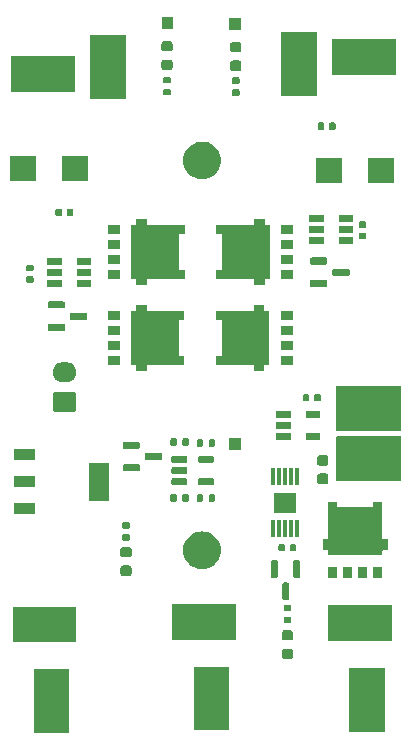
<source format=gbr>
G04 #@! TF.GenerationSoftware,KiCad,Pcbnew,8.0.7*
G04 #@! TF.CreationDate,2025-04-20T00:45:44-04:00*
G04 #@! TF.ProjectId,power_distribution_board,706f7765-725f-4646-9973-747269627574,1*
G04 #@! TF.SameCoordinates,Original*
G04 #@! TF.FileFunction,Soldermask,Top*
G04 #@! TF.FilePolarity,Negative*
%FSLAX46Y46*%
G04 Gerber Fmt 4.6, Leading zero omitted, Abs format (unit mm)*
G04 Created by KiCad (PCBNEW 8.0.7) date 2025-04-20 00:45:44*
%MOMM*%
%LPD*%
G01*
G04 APERTURE LIST*
G04 APERTURE END LIST*
G36*
X135145000Y-84292500D02*
G01*
X132145000Y-84292500D01*
X132145000Y-78892500D01*
X135145000Y-78892500D01*
X135145000Y-84292500D01*
G37*
G36*
X161842500Y-84177500D02*
G01*
X158842500Y-84177500D01*
X158842500Y-78777500D01*
X161842500Y-78777500D01*
X161842500Y-84177500D01*
G37*
G36*
X148665000Y-84072500D02*
G01*
X145665000Y-84072500D01*
X145665000Y-78672500D01*
X148665000Y-78672500D01*
X148665000Y-84072500D01*
G37*
G36*
X153939962Y-77154151D02*
G01*
X154010930Y-77201570D01*
X154058349Y-77272538D01*
X154075000Y-77356250D01*
X154075000Y-77793750D01*
X154058349Y-77877462D01*
X154010930Y-77948430D01*
X153939962Y-77995849D01*
X153856250Y-78012500D01*
X153343750Y-78012500D01*
X153260038Y-77995849D01*
X153189070Y-77948430D01*
X153141651Y-77877462D01*
X153125000Y-77793750D01*
X153125000Y-77356250D01*
X153141651Y-77272538D01*
X153189070Y-77201570D01*
X153260038Y-77154151D01*
X153343750Y-77137500D01*
X153856250Y-77137500D01*
X153939962Y-77154151D01*
G37*
G36*
X135732500Y-76592500D02*
G01*
X130332500Y-76592500D01*
X130332500Y-73592500D01*
X135732500Y-73592500D01*
X135732500Y-76592500D01*
G37*
G36*
X162430000Y-76477500D02*
G01*
X157030000Y-76477500D01*
X157030000Y-73477500D01*
X162430000Y-73477500D01*
X162430000Y-76477500D01*
G37*
G36*
X153939962Y-75579151D02*
G01*
X154010930Y-75626570D01*
X154058349Y-75697538D01*
X154075000Y-75781250D01*
X154075000Y-76218750D01*
X154058349Y-76302462D01*
X154010930Y-76373430D01*
X153939962Y-76420849D01*
X153856250Y-76437500D01*
X153343750Y-76437500D01*
X153260038Y-76420849D01*
X153189070Y-76373430D01*
X153141651Y-76302462D01*
X153125000Y-76218750D01*
X153125000Y-75781250D01*
X153141651Y-75697538D01*
X153189070Y-75626570D01*
X153260038Y-75579151D01*
X153343750Y-75562500D01*
X153856250Y-75562500D01*
X153939962Y-75579151D01*
G37*
G36*
X149252500Y-76372500D02*
G01*
X143852500Y-76372500D01*
X143852500Y-73372500D01*
X149252500Y-73372500D01*
X149252500Y-76372500D01*
G37*
G36*
X153836662Y-74470276D02*
G01*
X153880459Y-74499541D01*
X153909724Y-74543338D01*
X153920000Y-74595000D01*
X153920000Y-74865000D01*
X153909724Y-74916662D01*
X153880459Y-74960459D01*
X153836662Y-74989724D01*
X153785000Y-75000000D01*
X153415000Y-75000000D01*
X153363338Y-74989724D01*
X153319541Y-74960459D01*
X153290276Y-74916662D01*
X153280000Y-74865000D01*
X153280000Y-74595000D01*
X153290276Y-74543338D01*
X153319541Y-74499541D01*
X153363338Y-74470276D01*
X153415000Y-74460000D01*
X153785000Y-74460000D01*
X153836662Y-74470276D01*
G37*
G36*
X153836662Y-73450276D02*
G01*
X153880459Y-73479541D01*
X153909724Y-73523338D01*
X153920000Y-73575000D01*
X153920000Y-73845000D01*
X153909724Y-73896662D01*
X153880459Y-73940459D01*
X153836662Y-73969724D01*
X153785000Y-73980000D01*
X153415000Y-73980000D01*
X153363338Y-73969724D01*
X153319541Y-73940459D01*
X153290276Y-73896662D01*
X153280000Y-73845000D01*
X153280000Y-73575000D01*
X153290276Y-73523338D01*
X153319541Y-73479541D01*
X153363338Y-73450276D01*
X153415000Y-73440000D01*
X153785000Y-73440000D01*
X153836662Y-73450276D01*
G37*
G36*
X153657403Y-71548918D02*
G01*
X153706066Y-71581434D01*
X153738582Y-71630097D01*
X153750000Y-71687500D01*
X153750000Y-72862500D01*
X153738582Y-72919903D01*
X153706066Y-72968566D01*
X153657403Y-73001082D01*
X153600000Y-73012500D01*
X153300000Y-73012500D01*
X153242597Y-73001082D01*
X153193934Y-72968566D01*
X153161418Y-72919903D01*
X153150000Y-72862500D01*
X153150000Y-71687500D01*
X153161418Y-71630097D01*
X153193934Y-71581434D01*
X153242597Y-71548918D01*
X153300000Y-71537500D01*
X153600000Y-71537500D01*
X153657403Y-71548918D01*
G37*
G36*
X157832268Y-71195742D02*
G01*
X157082268Y-71195742D01*
X157082268Y-70195742D01*
X157832268Y-70195742D01*
X157832268Y-71195742D01*
G37*
G36*
X159102268Y-71195742D02*
G01*
X158352268Y-71195742D01*
X158352268Y-70195742D01*
X159102268Y-70195742D01*
X159102268Y-71195742D01*
G37*
G36*
X160372268Y-71195742D02*
G01*
X159622268Y-71195742D01*
X159622268Y-70195742D01*
X160372268Y-70195742D01*
X160372268Y-71195742D01*
G37*
G36*
X161642268Y-71195742D02*
G01*
X160892268Y-71195742D01*
X160892268Y-70195742D01*
X161642268Y-70195742D01*
X161642268Y-71195742D01*
G37*
G36*
X152707403Y-69673918D02*
G01*
X152756066Y-69706434D01*
X152788582Y-69755097D01*
X152800000Y-69812500D01*
X152800000Y-70987500D01*
X152788582Y-71044903D01*
X152756066Y-71093566D01*
X152707403Y-71126082D01*
X152650000Y-71137500D01*
X152350000Y-71137500D01*
X152292597Y-71126082D01*
X152243934Y-71093566D01*
X152211418Y-71044903D01*
X152200000Y-70987500D01*
X152200000Y-69812500D01*
X152211418Y-69755097D01*
X152243934Y-69706434D01*
X152292597Y-69673918D01*
X152350000Y-69662500D01*
X152650000Y-69662500D01*
X152707403Y-69673918D01*
G37*
G36*
X154607403Y-69673918D02*
G01*
X154656066Y-69706434D01*
X154688582Y-69755097D01*
X154700000Y-69812500D01*
X154700000Y-70987500D01*
X154688582Y-71044903D01*
X154656066Y-71093566D01*
X154607403Y-71126082D01*
X154550000Y-71137500D01*
X154250000Y-71137500D01*
X154192597Y-71126082D01*
X154143934Y-71093566D01*
X154111418Y-71044903D01*
X154100000Y-70987500D01*
X154100000Y-69812500D01*
X154111418Y-69755097D01*
X154143934Y-69706434D01*
X154192597Y-69673918D01*
X154250000Y-69662500D01*
X154550000Y-69662500D01*
X154607403Y-69673918D01*
G37*
G36*
X140279962Y-70114151D02*
G01*
X140350930Y-70161570D01*
X140398349Y-70232538D01*
X140415000Y-70316250D01*
X140415000Y-70753750D01*
X140398349Y-70837462D01*
X140350930Y-70908430D01*
X140279962Y-70955849D01*
X140196250Y-70972500D01*
X139683750Y-70972500D01*
X139600038Y-70955849D01*
X139529070Y-70908430D01*
X139481651Y-70837462D01*
X139465000Y-70753750D01*
X139465000Y-70316250D01*
X139481651Y-70232538D01*
X139529070Y-70161570D01*
X139600038Y-70114151D01*
X139683750Y-70097500D01*
X140196250Y-70097500D01*
X140279962Y-70114151D01*
G37*
G36*
X146630295Y-67229699D02*
G01*
X146874427Y-67288310D01*
X147106385Y-67384390D01*
X147320456Y-67515573D01*
X147511371Y-67678629D01*
X147674427Y-67869544D01*
X147805610Y-68083615D01*
X147901690Y-68315573D01*
X147960301Y-68559705D01*
X147980000Y-68810000D01*
X147960301Y-69060295D01*
X147901690Y-69304427D01*
X147805610Y-69536385D01*
X147674427Y-69750456D01*
X147511371Y-69941371D01*
X147320456Y-70104427D01*
X147106385Y-70235610D01*
X146874427Y-70331690D01*
X146630295Y-70390301D01*
X146380000Y-70410000D01*
X146129705Y-70390301D01*
X145885573Y-70331690D01*
X145653615Y-70235610D01*
X145439544Y-70104427D01*
X145248629Y-69941371D01*
X145085573Y-69750456D01*
X144954390Y-69536385D01*
X144858310Y-69304427D01*
X144799699Y-69060295D01*
X144780000Y-68810000D01*
X144799699Y-68559705D01*
X144858310Y-68315573D01*
X144954390Y-68083615D01*
X145085573Y-67869544D01*
X145248629Y-67678629D01*
X145439544Y-67515573D01*
X145653615Y-67384390D01*
X145885573Y-67288310D01*
X146129705Y-67229699D01*
X146380000Y-67210000D01*
X146630295Y-67229699D01*
G37*
G36*
X140279962Y-68539151D02*
G01*
X140350930Y-68586570D01*
X140398349Y-68657538D01*
X140415000Y-68741250D01*
X140415000Y-69178750D01*
X140398349Y-69262462D01*
X140350930Y-69333430D01*
X140279962Y-69380849D01*
X140196250Y-69397500D01*
X139683750Y-69397500D01*
X139600038Y-69380849D01*
X139529070Y-69333430D01*
X139481651Y-69262462D01*
X139465000Y-69178750D01*
X139465000Y-68741250D01*
X139481651Y-68657538D01*
X139529070Y-68586570D01*
X139600038Y-68539151D01*
X139683750Y-68522500D01*
X140196250Y-68522500D01*
X140279962Y-68539151D01*
G37*
G36*
X157832268Y-65145486D02*
G01*
X157862024Y-65175242D01*
X160862511Y-65175242D01*
X160892268Y-65145485D01*
X160892268Y-64705246D01*
X160892268Y-64700242D01*
X161642268Y-64700242D01*
X161642268Y-65175242D01*
X161642268Y-67870486D01*
X161672024Y-67900242D01*
X162136768Y-67900242D01*
X162136768Y-68805242D01*
X161672023Y-68805242D01*
X161642268Y-68834997D01*
X161642268Y-69230242D01*
X157082268Y-69230242D01*
X157082268Y-68834998D01*
X157052512Y-68805242D01*
X156587768Y-68805242D01*
X156587768Y-67900242D01*
X157052511Y-67900242D01*
X157082268Y-67870485D01*
X157082268Y-65175242D01*
X157082268Y-64700242D01*
X157832268Y-64700242D01*
X157832268Y-65145486D01*
G37*
G36*
X153313576Y-68300657D02*
G01*
X153358995Y-68331005D01*
X153389343Y-68376424D01*
X153400000Y-68430000D01*
X153400000Y-68770000D01*
X153389343Y-68823576D01*
X153358995Y-68868995D01*
X153313576Y-68899343D01*
X153260000Y-68910000D01*
X152980000Y-68910000D01*
X152926424Y-68899343D01*
X152881005Y-68868995D01*
X152850657Y-68823576D01*
X152840000Y-68770000D01*
X152840000Y-68430000D01*
X152850657Y-68376424D01*
X152881005Y-68331005D01*
X152926424Y-68300657D01*
X152980000Y-68290000D01*
X153260000Y-68290000D01*
X153313576Y-68300657D01*
G37*
G36*
X154273576Y-68300657D02*
G01*
X154318995Y-68331005D01*
X154349343Y-68376424D01*
X154360000Y-68430000D01*
X154360000Y-68770000D01*
X154349343Y-68823576D01*
X154318995Y-68868995D01*
X154273576Y-68899343D01*
X154220000Y-68910000D01*
X153940000Y-68910000D01*
X153886424Y-68899343D01*
X153841005Y-68868995D01*
X153810657Y-68823576D01*
X153800000Y-68770000D01*
X153800000Y-68430000D01*
X153810657Y-68376424D01*
X153841005Y-68331005D01*
X153886424Y-68300657D01*
X153940000Y-68290000D01*
X154220000Y-68290000D01*
X154273576Y-68300657D01*
G37*
G36*
X140176662Y-67470276D02*
G01*
X140220459Y-67499541D01*
X140249724Y-67543338D01*
X140260000Y-67595000D01*
X140260000Y-67865000D01*
X140249724Y-67916662D01*
X140220459Y-67960459D01*
X140176662Y-67989724D01*
X140125000Y-68000000D01*
X139755000Y-68000000D01*
X139703338Y-67989724D01*
X139659541Y-67960459D01*
X139630276Y-67916662D01*
X139620000Y-67865000D01*
X139620000Y-67595000D01*
X139630276Y-67543338D01*
X139659541Y-67499541D01*
X139703338Y-67470276D01*
X139755000Y-67460000D01*
X140125000Y-67460000D01*
X140176662Y-67470276D01*
G37*
G36*
X152550000Y-67712500D02*
G01*
X152250000Y-67712500D01*
X152250000Y-66287500D01*
X152550000Y-66287500D01*
X152550000Y-67712500D01*
G37*
G36*
X153050000Y-67712500D02*
G01*
X152750000Y-67712500D01*
X152750000Y-66287500D01*
X153050000Y-66287500D01*
X153050000Y-67712500D01*
G37*
G36*
X153550000Y-67712500D02*
G01*
X153250000Y-67712500D01*
X153250000Y-66287500D01*
X153550000Y-66287500D01*
X153550000Y-67712500D01*
G37*
G36*
X154050000Y-67712500D02*
G01*
X153750000Y-67712500D01*
X153750000Y-66287500D01*
X154050000Y-66287500D01*
X154050000Y-67712500D01*
G37*
G36*
X154550000Y-67712500D02*
G01*
X154250000Y-67712500D01*
X154250000Y-66287500D01*
X154550000Y-66287500D01*
X154550000Y-67712500D01*
G37*
G36*
X140176662Y-66450276D02*
G01*
X140220459Y-66479541D01*
X140249724Y-66523338D01*
X140260000Y-66575000D01*
X140260000Y-66845000D01*
X140249724Y-66896662D01*
X140220459Y-66940459D01*
X140176662Y-66969724D01*
X140125000Y-66980000D01*
X139755000Y-66980000D01*
X139703338Y-66969724D01*
X139659541Y-66940459D01*
X139630276Y-66896662D01*
X139620000Y-66845000D01*
X139620000Y-66575000D01*
X139630276Y-66523338D01*
X139659541Y-66479541D01*
X139703338Y-66450276D01*
X139755000Y-66440000D01*
X140125000Y-66440000D01*
X140176662Y-66450276D01*
G37*
G36*
X132225000Y-65775000D02*
G01*
X130475000Y-65775000D01*
X130475000Y-64825000D01*
X132225000Y-64825000D01*
X132225000Y-65775000D01*
G37*
G36*
X154340000Y-65628000D02*
G01*
X152460000Y-65628000D01*
X152460000Y-63948000D01*
X154340000Y-63948000D01*
X154340000Y-65628000D01*
G37*
G36*
X144146662Y-64082776D02*
G01*
X144190459Y-64112041D01*
X144219724Y-64155838D01*
X144230000Y-64207500D01*
X144230000Y-64577500D01*
X144219724Y-64629162D01*
X144190459Y-64672959D01*
X144146662Y-64702224D01*
X144095000Y-64712500D01*
X143825000Y-64712500D01*
X143773338Y-64702224D01*
X143729541Y-64672959D01*
X143700276Y-64629162D01*
X143690000Y-64577500D01*
X143690000Y-64207500D01*
X143700276Y-64155838D01*
X143729541Y-64112041D01*
X143773338Y-64082776D01*
X143825000Y-64072500D01*
X144095000Y-64072500D01*
X144146662Y-64082776D01*
G37*
G36*
X145166662Y-64082776D02*
G01*
X145210459Y-64112041D01*
X145239724Y-64155838D01*
X145250000Y-64207500D01*
X145250000Y-64577500D01*
X145239724Y-64629162D01*
X145210459Y-64672959D01*
X145166662Y-64702224D01*
X145115000Y-64712500D01*
X144845000Y-64712500D01*
X144793338Y-64702224D01*
X144749541Y-64672959D01*
X144720276Y-64629162D01*
X144710000Y-64577500D01*
X144710000Y-64207500D01*
X144720276Y-64155838D01*
X144749541Y-64112041D01*
X144793338Y-64082776D01*
X144845000Y-64072500D01*
X145115000Y-64072500D01*
X145166662Y-64082776D01*
G37*
G36*
X146366662Y-64082776D02*
G01*
X146410459Y-64112041D01*
X146439724Y-64155838D01*
X146450000Y-64207500D01*
X146450000Y-64577500D01*
X146439724Y-64629162D01*
X146410459Y-64672959D01*
X146366662Y-64702224D01*
X146315000Y-64712500D01*
X146045000Y-64712500D01*
X145993338Y-64702224D01*
X145949541Y-64672959D01*
X145920276Y-64629162D01*
X145910000Y-64577500D01*
X145910000Y-64207500D01*
X145920276Y-64155838D01*
X145949541Y-64112041D01*
X145993338Y-64082776D01*
X146045000Y-64072500D01*
X146315000Y-64072500D01*
X146366662Y-64082776D01*
G37*
G36*
X147386662Y-64082776D02*
G01*
X147430459Y-64112041D01*
X147459724Y-64155838D01*
X147470000Y-64207500D01*
X147470000Y-64577500D01*
X147459724Y-64629162D01*
X147430459Y-64672959D01*
X147386662Y-64702224D01*
X147335000Y-64712500D01*
X147065000Y-64712500D01*
X147013338Y-64702224D01*
X146969541Y-64672959D01*
X146940276Y-64629162D01*
X146930000Y-64577500D01*
X146930000Y-64207500D01*
X146940276Y-64155838D01*
X146969541Y-64112041D01*
X147013338Y-64082776D01*
X147065000Y-64072500D01*
X147335000Y-64072500D01*
X147386662Y-64082776D01*
G37*
G36*
X138525000Y-64600000D02*
G01*
X136775000Y-64600000D01*
X136775000Y-61400000D01*
X138525000Y-61400000D01*
X138525000Y-64600000D01*
G37*
G36*
X132225000Y-63475000D02*
G01*
X130475000Y-63475000D01*
X130475000Y-62525000D01*
X132225000Y-62525000D01*
X132225000Y-63475000D01*
G37*
G36*
X145012403Y-62711418D02*
G01*
X145061066Y-62743934D01*
X145093582Y-62792597D01*
X145105000Y-62850000D01*
X145105000Y-63150000D01*
X145093582Y-63207403D01*
X145061066Y-63256066D01*
X145012403Y-63288582D01*
X144955000Y-63300000D01*
X143930000Y-63300000D01*
X143872597Y-63288582D01*
X143823934Y-63256066D01*
X143791418Y-63207403D01*
X143780000Y-63150000D01*
X143780000Y-62850000D01*
X143791418Y-62792597D01*
X143823934Y-62743934D01*
X143872597Y-62711418D01*
X143930000Y-62700000D01*
X144955000Y-62700000D01*
X145012403Y-62711418D01*
G37*
G36*
X147287403Y-62711418D02*
G01*
X147336066Y-62743934D01*
X147368582Y-62792597D01*
X147380000Y-62850000D01*
X147380000Y-63150000D01*
X147368582Y-63207403D01*
X147336066Y-63256066D01*
X147287403Y-63288582D01*
X147230000Y-63300000D01*
X146205000Y-63300000D01*
X146147597Y-63288582D01*
X146098934Y-63256066D01*
X146066418Y-63207403D01*
X146055000Y-63150000D01*
X146055000Y-62850000D01*
X146066418Y-62792597D01*
X146098934Y-62743934D01*
X146147597Y-62711418D01*
X146205000Y-62700000D01*
X147230000Y-62700000D01*
X147287403Y-62711418D01*
G37*
G36*
X152550000Y-63288500D02*
G01*
X152250000Y-63288500D01*
X152250000Y-61863500D01*
X152550000Y-61863500D01*
X152550000Y-63288500D01*
G37*
G36*
X153050000Y-63288500D02*
G01*
X152750000Y-63288500D01*
X152750000Y-61863500D01*
X153050000Y-61863500D01*
X153050000Y-63288500D01*
G37*
G36*
X153550000Y-63288500D02*
G01*
X153250000Y-63288500D01*
X153250000Y-61863500D01*
X153550000Y-61863500D01*
X153550000Y-63288500D01*
G37*
G36*
X154050000Y-63288500D02*
G01*
X153750000Y-63288500D01*
X153750000Y-61863500D01*
X154050000Y-61863500D01*
X154050000Y-63288500D01*
G37*
G36*
X154550000Y-63288500D02*
G01*
X154250000Y-63288500D01*
X154250000Y-61863500D01*
X154550000Y-61863500D01*
X154550000Y-63288500D01*
G37*
G36*
X156936104Y-62317127D02*
G01*
X157009099Y-62365901D01*
X157057873Y-62438896D01*
X157075000Y-62525000D01*
X157075000Y-62975000D01*
X157057873Y-63061104D01*
X157009099Y-63134099D01*
X156936104Y-63182873D01*
X156850000Y-63200000D01*
X156350000Y-63200000D01*
X156263896Y-63182873D01*
X156190901Y-63134099D01*
X156142127Y-63061104D01*
X156125000Y-62975000D01*
X156125000Y-62525000D01*
X156142127Y-62438896D01*
X156190901Y-62365901D01*
X156263896Y-62317127D01*
X156350000Y-62300000D01*
X156850000Y-62300000D01*
X156936104Y-62317127D01*
G37*
G36*
X163194034Y-59160764D02*
G01*
X163227125Y-59182875D01*
X163249236Y-59215966D01*
X163257000Y-59255000D01*
X163257000Y-62885000D01*
X163249236Y-62924034D01*
X163227125Y-62957125D01*
X163194034Y-62979236D01*
X163155000Y-62987000D01*
X157825000Y-62987000D01*
X157785966Y-62979236D01*
X157752875Y-62957125D01*
X157730764Y-62924034D01*
X157723000Y-62885000D01*
X157723000Y-59255000D01*
X157730764Y-59215966D01*
X157752875Y-59182875D01*
X157785966Y-59160764D01*
X157825000Y-59153000D01*
X163155000Y-59153000D01*
X163194034Y-59160764D01*
G37*
G36*
X145012403Y-61761418D02*
G01*
X145061066Y-61793934D01*
X145093582Y-61842597D01*
X145105000Y-61900000D01*
X145105000Y-62200000D01*
X145093582Y-62257403D01*
X145061066Y-62306066D01*
X145012403Y-62338582D01*
X144955000Y-62350000D01*
X143930000Y-62350000D01*
X143872597Y-62338582D01*
X143823934Y-62306066D01*
X143791418Y-62257403D01*
X143780000Y-62200000D01*
X143780000Y-61900000D01*
X143791418Y-61842597D01*
X143823934Y-61793934D01*
X143872597Y-61761418D01*
X143930000Y-61750000D01*
X144955000Y-61750000D01*
X145012403Y-61761418D01*
G37*
G36*
X141027403Y-61528918D02*
G01*
X141076066Y-61561434D01*
X141108582Y-61610097D01*
X141120000Y-61667500D01*
X141120000Y-61967500D01*
X141108582Y-62024903D01*
X141076066Y-62073566D01*
X141027403Y-62106082D01*
X140970000Y-62117500D01*
X139795000Y-62117500D01*
X139737597Y-62106082D01*
X139688934Y-62073566D01*
X139656418Y-62024903D01*
X139645000Y-61967500D01*
X139645000Y-61667500D01*
X139656418Y-61610097D01*
X139688934Y-61561434D01*
X139737597Y-61528918D01*
X139795000Y-61517500D01*
X140970000Y-61517500D01*
X141027403Y-61528918D01*
G37*
G36*
X156936104Y-60767127D02*
G01*
X157009099Y-60815901D01*
X157057873Y-60888896D01*
X157075000Y-60975000D01*
X157075000Y-61425000D01*
X157057873Y-61511104D01*
X157009099Y-61584099D01*
X156936104Y-61632873D01*
X156850000Y-61650000D01*
X156350000Y-61650000D01*
X156263896Y-61632873D01*
X156190901Y-61584099D01*
X156142127Y-61511104D01*
X156125000Y-61425000D01*
X156125000Y-60975000D01*
X156142127Y-60888896D01*
X156190901Y-60815901D01*
X156263896Y-60767127D01*
X156350000Y-60750000D01*
X156850000Y-60750000D01*
X156936104Y-60767127D01*
G37*
G36*
X145012403Y-60811418D02*
G01*
X145061066Y-60843934D01*
X145093582Y-60892597D01*
X145105000Y-60950000D01*
X145105000Y-61250000D01*
X145093582Y-61307403D01*
X145061066Y-61356066D01*
X145012403Y-61388582D01*
X144955000Y-61400000D01*
X143930000Y-61400000D01*
X143872597Y-61388582D01*
X143823934Y-61356066D01*
X143791418Y-61307403D01*
X143780000Y-61250000D01*
X143780000Y-60950000D01*
X143791418Y-60892597D01*
X143823934Y-60843934D01*
X143872597Y-60811418D01*
X143930000Y-60800000D01*
X144955000Y-60800000D01*
X145012403Y-60811418D01*
G37*
G36*
X147287403Y-60811418D02*
G01*
X147336066Y-60843934D01*
X147368582Y-60892597D01*
X147380000Y-60950000D01*
X147380000Y-61250000D01*
X147368582Y-61307403D01*
X147336066Y-61356066D01*
X147287403Y-61388582D01*
X147230000Y-61400000D01*
X146205000Y-61400000D01*
X146147597Y-61388582D01*
X146098934Y-61356066D01*
X146066418Y-61307403D01*
X146055000Y-61250000D01*
X146055000Y-60950000D01*
X146066418Y-60892597D01*
X146098934Y-60843934D01*
X146147597Y-60811418D01*
X146205000Y-60800000D01*
X147230000Y-60800000D01*
X147287403Y-60811418D01*
G37*
G36*
X132225000Y-61175000D02*
G01*
X130475000Y-61175000D01*
X130475000Y-60225000D01*
X132225000Y-60225000D01*
X132225000Y-61175000D01*
G37*
G36*
X142902403Y-60578918D02*
G01*
X142951066Y-60611434D01*
X142983582Y-60660097D01*
X142995000Y-60717500D01*
X142995000Y-61017500D01*
X142983582Y-61074903D01*
X142951066Y-61123566D01*
X142902403Y-61156082D01*
X142845000Y-61167500D01*
X141670000Y-61167500D01*
X141612597Y-61156082D01*
X141563934Y-61123566D01*
X141531418Y-61074903D01*
X141520000Y-61017500D01*
X141520000Y-60717500D01*
X141531418Y-60660097D01*
X141563934Y-60611434D01*
X141612597Y-60578918D01*
X141670000Y-60567500D01*
X142845000Y-60567500D01*
X142902403Y-60578918D01*
G37*
G36*
X149700000Y-60300000D02*
G01*
X148700000Y-60300000D01*
X148700000Y-59300000D01*
X149700000Y-59300000D01*
X149700000Y-60300000D01*
G37*
G36*
X141027403Y-59628918D02*
G01*
X141076066Y-59661434D01*
X141108582Y-59710097D01*
X141120000Y-59767500D01*
X141120000Y-60067500D01*
X141108582Y-60124903D01*
X141076066Y-60173566D01*
X141027403Y-60206082D01*
X140970000Y-60217500D01*
X139795000Y-60217500D01*
X139737597Y-60206082D01*
X139688934Y-60173566D01*
X139656418Y-60124903D01*
X139645000Y-60067500D01*
X139645000Y-59767500D01*
X139656418Y-59710097D01*
X139688934Y-59661434D01*
X139737597Y-59628918D01*
X139795000Y-59617500D01*
X140970000Y-59617500D01*
X141027403Y-59628918D01*
G37*
G36*
X146366662Y-59412776D02*
G01*
X146410459Y-59442041D01*
X146439724Y-59485838D01*
X146450000Y-59537500D01*
X146450000Y-59907500D01*
X146439724Y-59959162D01*
X146410459Y-60002959D01*
X146366662Y-60032224D01*
X146315000Y-60042500D01*
X146045000Y-60042500D01*
X145993338Y-60032224D01*
X145949541Y-60002959D01*
X145920276Y-59959162D01*
X145910000Y-59907500D01*
X145910000Y-59537500D01*
X145920276Y-59485838D01*
X145949541Y-59442041D01*
X145993338Y-59412776D01*
X146045000Y-59402500D01*
X146315000Y-59402500D01*
X146366662Y-59412776D01*
G37*
G36*
X147386662Y-59412776D02*
G01*
X147430459Y-59442041D01*
X147459724Y-59485838D01*
X147470000Y-59537500D01*
X147470000Y-59907500D01*
X147459724Y-59959162D01*
X147430459Y-60002959D01*
X147386662Y-60032224D01*
X147335000Y-60042500D01*
X147065000Y-60042500D01*
X147013338Y-60032224D01*
X146969541Y-60002959D01*
X146940276Y-59959162D01*
X146930000Y-59907500D01*
X146930000Y-59537500D01*
X146940276Y-59485838D01*
X146969541Y-59442041D01*
X147013338Y-59412776D01*
X147065000Y-59402500D01*
X147335000Y-59402500D01*
X147386662Y-59412776D01*
G37*
G36*
X144156662Y-59332776D02*
G01*
X144200459Y-59362041D01*
X144229724Y-59405838D01*
X144240000Y-59457500D01*
X144240000Y-59827500D01*
X144229724Y-59879162D01*
X144200459Y-59922959D01*
X144156662Y-59952224D01*
X144105000Y-59962500D01*
X143835000Y-59962500D01*
X143783338Y-59952224D01*
X143739541Y-59922959D01*
X143710276Y-59879162D01*
X143700000Y-59827500D01*
X143700000Y-59457500D01*
X143710276Y-59405838D01*
X143739541Y-59362041D01*
X143783338Y-59332776D01*
X143835000Y-59322500D01*
X144105000Y-59322500D01*
X144156662Y-59332776D01*
G37*
G36*
X145176662Y-59332776D02*
G01*
X145220459Y-59362041D01*
X145249724Y-59405838D01*
X145260000Y-59457500D01*
X145260000Y-59827500D01*
X145249724Y-59879162D01*
X145220459Y-59922959D01*
X145176662Y-59952224D01*
X145125000Y-59962500D01*
X144855000Y-59962500D01*
X144803338Y-59952224D01*
X144759541Y-59922959D01*
X144730276Y-59879162D01*
X144720000Y-59827500D01*
X144720000Y-59457500D01*
X144730276Y-59405838D01*
X144759541Y-59362041D01*
X144803338Y-59332776D01*
X144855000Y-59322500D01*
X145125000Y-59322500D01*
X145176662Y-59332776D01*
G37*
G36*
X153880000Y-59500000D02*
G01*
X152680000Y-59500000D01*
X152680000Y-58900000D01*
X153880000Y-58900000D01*
X153880000Y-59500000D01*
G37*
G36*
X156380000Y-59500000D02*
G01*
X155180000Y-59500000D01*
X155180000Y-58900000D01*
X156380000Y-58900000D01*
X156380000Y-59500000D01*
G37*
G36*
X163194034Y-54920764D02*
G01*
X163227125Y-54942875D01*
X163249236Y-54975966D01*
X163257000Y-55015000D01*
X163257000Y-58645000D01*
X163249236Y-58684034D01*
X163227125Y-58717125D01*
X163194034Y-58739236D01*
X163155000Y-58747000D01*
X157825000Y-58747000D01*
X157785966Y-58739236D01*
X157752875Y-58717125D01*
X157730764Y-58684034D01*
X157723000Y-58645000D01*
X157723000Y-55015000D01*
X157730764Y-54975966D01*
X157752875Y-54942875D01*
X157785966Y-54920764D01*
X157825000Y-54913000D01*
X163155000Y-54913000D01*
X163194034Y-54920764D01*
G37*
G36*
X153880000Y-58550000D02*
G01*
X152680000Y-58550000D01*
X152680000Y-57950000D01*
X153880000Y-57950000D01*
X153880000Y-58550000D01*
G37*
G36*
X153880000Y-57600000D02*
G01*
X152680000Y-57600000D01*
X152680000Y-57000000D01*
X153880000Y-57000000D01*
X153880000Y-57600000D01*
G37*
G36*
X156380000Y-57600000D02*
G01*
X155180000Y-57600000D01*
X155180000Y-57000000D01*
X156380000Y-57000000D01*
X156380000Y-57600000D01*
G37*
G36*
X135476616Y-55390818D02*
G01*
X135527879Y-55396766D01*
X135545392Y-55404499D01*
X135568171Y-55409030D01*
X135592557Y-55425324D01*
X135613288Y-55434478D01*
X135627446Y-55448636D01*
X135649277Y-55463223D01*
X135663863Y-55485053D01*
X135678021Y-55499211D01*
X135687173Y-55519939D01*
X135703470Y-55544329D01*
X135708001Y-55567109D01*
X135715733Y-55584620D01*
X135721678Y-55635872D01*
X135722500Y-55640000D01*
X135722500Y-56840000D01*
X135721678Y-56844128D01*
X135715733Y-56895379D01*
X135708001Y-56912888D01*
X135703470Y-56935671D01*
X135687172Y-56960062D01*
X135678021Y-56980788D01*
X135663865Y-56994943D01*
X135649277Y-57016777D01*
X135627443Y-57031365D01*
X135613288Y-57045521D01*
X135592562Y-57054672D01*
X135568171Y-57070970D01*
X135545388Y-57075501D01*
X135527879Y-57083233D01*
X135476629Y-57089178D01*
X135472500Y-57090000D01*
X133972500Y-57090000D01*
X133968373Y-57089179D01*
X133917120Y-57083233D01*
X133899609Y-57075501D01*
X133876829Y-57070970D01*
X133852439Y-57054673D01*
X133831711Y-57045521D01*
X133817553Y-57031363D01*
X133795723Y-57016777D01*
X133781136Y-56994946D01*
X133766978Y-56980788D01*
X133757824Y-56960057D01*
X133741530Y-56935671D01*
X133736999Y-56912892D01*
X133729266Y-56895379D01*
X133723318Y-56844117D01*
X133722500Y-56840000D01*
X133722500Y-55640000D01*
X133723318Y-55635885D01*
X133729266Y-55584620D01*
X133736999Y-55567105D01*
X133741530Y-55544329D01*
X133757823Y-55519944D01*
X133766978Y-55499211D01*
X133781138Y-55485050D01*
X133795723Y-55463223D01*
X133817550Y-55448638D01*
X133831711Y-55434478D01*
X133852444Y-55425323D01*
X133876829Y-55409030D01*
X133899605Y-55404499D01*
X133917120Y-55396766D01*
X133968384Y-55390818D01*
X133972500Y-55390000D01*
X135472500Y-55390000D01*
X135476616Y-55390818D01*
G37*
G36*
X155383576Y-55600657D02*
G01*
X155428995Y-55631005D01*
X155459343Y-55676424D01*
X155470000Y-55730000D01*
X155470000Y-56070000D01*
X155459343Y-56123576D01*
X155428995Y-56168995D01*
X155383576Y-56199343D01*
X155330000Y-56210000D01*
X155050000Y-56210000D01*
X154996424Y-56199343D01*
X154951005Y-56168995D01*
X154920657Y-56123576D01*
X154910000Y-56070000D01*
X154910000Y-55730000D01*
X154920657Y-55676424D01*
X154951005Y-55631005D01*
X154996424Y-55600657D01*
X155050000Y-55590000D01*
X155330000Y-55590000D01*
X155383576Y-55600657D01*
G37*
G36*
X156343576Y-55600657D02*
G01*
X156388995Y-55631005D01*
X156419343Y-55676424D01*
X156430000Y-55730000D01*
X156430000Y-56070000D01*
X156419343Y-56123576D01*
X156388995Y-56168995D01*
X156343576Y-56199343D01*
X156290000Y-56210000D01*
X156010000Y-56210000D01*
X155956424Y-56199343D01*
X155911005Y-56168995D01*
X155880657Y-56123576D01*
X155870000Y-56070000D01*
X155870000Y-55730000D01*
X155880657Y-55676424D01*
X155911005Y-55631005D01*
X155956424Y-55600657D01*
X156010000Y-55590000D01*
X156290000Y-55590000D01*
X156343576Y-55600657D01*
G37*
G36*
X134955815Y-52894093D02*
G01*
X135119242Y-52926601D01*
X135273187Y-52990367D01*
X135411734Y-53082941D01*
X135529559Y-53200766D01*
X135622133Y-53339313D01*
X135685899Y-53493258D01*
X135718407Y-53656685D01*
X135718407Y-53823315D01*
X135685899Y-53986742D01*
X135622133Y-54140687D01*
X135529559Y-54279234D01*
X135411734Y-54397059D01*
X135273187Y-54489633D01*
X135119242Y-54553399D01*
X134955815Y-54585907D01*
X134872500Y-54590000D01*
X134871249Y-54590000D01*
X134573751Y-54590000D01*
X134572500Y-54590000D01*
X134489185Y-54585907D01*
X134325758Y-54553399D01*
X134171813Y-54489633D01*
X134033266Y-54397059D01*
X133915441Y-54279234D01*
X133822867Y-54140687D01*
X133759101Y-53986742D01*
X133726593Y-53823315D01*
X133726593Y-53656685D01*
X133759101Y-53493258D01*
X133822867Y-53339313D01*
X133915441Y-53200766D01*
X134033266Y-53082941D01*
X134171813Y-52990367D01*
X134325758Y-52926601D01*
X134489185Y-52894093D01*
X134572500Y-52890000D01*
X134872500Y-52890000D01*
X134955815Y-52894093D01*
G37*
G36*
X141688750Y-48515244D02*
G01*
X141718506Y-48545000D01*
X144413750Y-48545000D01*
X144886250Y-48545000D01*
X144886250Y-49295000D01*
X144443505Y-49295000D01*
X144413750Y-49324755D01*
X144413750Y-52325244D01*
X144443506Y-52355000D01*
X144886250Y-52355000D01*
X144886250Y-53105000D01*
X144411250Y-53105000D01*
X141718505Y-53105000D01*
X141688750Y-53134755D01*
X141688750Y-53600000D01*
X140778750Y-53600000D01*
X140778750Y-53134756D01*
X140748994Y-53105000D01*
X140353750Y-53105000D01*
X140353750Y-48545000D01*
X140748993Y-48545000D01*
X140778750Y-48515243D01*
X140778750Y-48055004D01*
X140778750Y-48050000D01*
X141688750Y-48050000D01*
X141688750Y-48515244D01*
G37*
G36*
X151660000Y-48510244D02*
G01*
X151689756Y-48540000D01*
X152085000Y-48540000D01*
X152085000Y-53100000D01*
X151689755Y-53100000D01*
X151660000Y-53129755D01*
X151660000Y-53595000D01*
X150750000Y-53595000D01*
X150750000Y-53129756D01*
X150720244Y-53100000D01*
X148025000Y-53100000D01*
X147552500Y-53100000D01*
X147552500Y-52350000D01*
X147995243Y-52350000D01*
X148025000Y-52320243D01*
X148025000Y-49319756D01*
X147995244Y-49290000D01*
X147552500Y-49290000D01*
X147552500Y-48540000D01*
X148027500Y-48540000D01*
X150720243Y-48540000D01*
X150750000Y-48510243D01*
X150750000Y-48050004D01*
X150750000Y-48045000D01*
X151660000Y-48045000D01*
X151660000Y-48510244D01*
G37*
G36*
X139390750Y-53105000D02*
G01*
X138390750Y-53105000D01*
X138390750Y-52355000D01*
X139390750Y-52355000D01*
X139390750Y-53105000D01*
G37*
G36*
X154048000Y-53100000D02*
G01*
X153048000Y-53100000D01*
X153048000Y-52350000D01*
X154048000Y-52350000D01*
X154048000Y-53100000D01*
G37*
G36*
X139390750Y-51835000D02*
G01*
X138390750Y-51835000D01*
X138390750Y-51085000D01*
X139390750Y-51085000D01*
X139390750Y-51835000D01*
G37*
G36*
X154048000Y-51830000D02*
G01*
X153048000Y-51830000D01*
X153048000Y-51080000D01*
X154048000Y-51080000D01*
X154048000Y-51830000D01*
G37*
G36*
X139390750Y-50565000D02*
G01*
X138390750Y-50565000D01*
X138390750Y-49815000D01*
X139390750Y-49815000D01*
X139390750Y-50565000D01*
G37*
G36*
X154048000Y-50560000D02*
G01*
X153048000Y-50560000D01*
X153048000Y-49810000D01*
X154048000Y-49810000D01*
X154048000Y-50560000D01*
G37*
G36*
X134689903Y-49651418D02*
G01*
X134738566Y-49683934D01*
X134771082Y-49732597D01*
X134782500Y-49790000D01*
X134782500Y-50090000D01*
X134771082Y-50147403D01*
X134738566Y-50196066D01*
X134689903Y-50228582D01*
X134632500Y-50240000D01*
X133457500Y-50240000D01*
X133400097Y-50228582D01*
X133351434Y-50196066D01*
X133318918Y-50147403D01*
X133307500Y-50090000D01*
X133307500Y-49790000D01*
X133318918Y-49732597D01*
X133351434Y-49683934D01*
X133400097Y-49651418D01*
X133457500Y-49640000D01*
X134632500Y-49640000D01*
X134689903Y-49651418D01*
G37*
G36*
X139390750Y-49295000D02*
G01*
X138390750Y-49295000D01*
X138390750Y-48545000D01*
X139390750Y-48545000D01*
X139390750Y-49295000D01*
G37*
G36*
X136564903Y-48701418D02*
G01*
X136613566Y-48733934D01*
X136646082Y-48782597D01*
X136657500Y-48840000D01*
X136657500Y-49140000D01*
X136646082Y-49197403D01*
X136613566Y-49246066D01*
X136564903Y-49278582D01*
X136507500Y-49290000D01*
X135332500Y-49290000D01*
X135275097Y-49278582D01*
X135226434Y-49246066D01*
X135193918Y-49197403D01*
X135182500Y-49140000D01*
X135182500Y-48840000D01*
X135193918Y-48782597D01*
X135226434Y-48733934D01*
X135275097Y-48701418D01*
X135332500Y-48690000D01*
X136507500Y-48690000D01*
X136564903Y-48701418D01*
G37*
G36*
X154048000Y-49290000D02*
G01*
X153048000Y-49290000D01*
X153048000Y-48540000D01*
X154048000Y-48540000D01*
X154048000Y-49290000D01*
G37*
G36*
X134689903Y-47751418D02*
G01*
X134738566Y-47783934D01*
X134771082Y-47832597D01*
X134782500Y-47890000D01*
X134782500Y-48190000D01*
X134771082Y-48247403D01*
X134738566Y-48296066D01*
X134689903Y-48328582D01*
X134632500Y-48340000D01*
X133457500Y-48340000D01*
X133400097Y-48328582D01*
X133351434Y-48296066D01*
X133318918Y-48247403D01*
X133307500Y-48190000D01*
X133307500Y-47890000D01*
X133318918Y-47832597D01*
X133351434Y-47783934D01*
X133400097Y-47751418D01*
X133457500Y-47740000D01*
X134632500Y-47740000D01*
X134689903Y-47751418D01*
G37*
G36*
X134490000Y-46540000D02*
G01*
X133290000Y-46540000D01*
X133290000Y-45940000D01*
X134490000Y-45940000D01*
X134490000Y-46540000D01*
G37*
G36*
X136990000Y-46540000D02*
G01*
X135790000Y-46540000D01*
X135790000Y-45940000D01*
X136990000Y-45940000D01*
X136990000Y-46540000D01*
G37*
G36*
X156897403Y-45931418D02*
G01*
X156946066Y-45963934D01*
X156978582Y-46012597D01*
X156990000Y-46070000D01*
X156990000Y-46370000D01*
X156978582Y-46427403D01*
X156946066Y-46476066D01*
X156897403Y-46508582D01*
X156840000Y-46520000D01*
X155665000Y-46520000D01*
X155607597Y-46508582D01*
X155558934Y-46476066D01*
X155526418Y-46427403D01*
X155515000Y-46370000D01*
X155515000Y-46070000D01*
X155526418Y-46012597D01*
X155558934Y-45963934D01*
X155607597Y-45931418D01*
X155665000Y-45920000D01*
X156840000Y-45920000D01*
X156897403Y-45931418D01*
G37*
G36*
X151668250Y-41260244D02*
G01*
X151698006Y-41290000D01*
X152093250Y-41290000D01*
X152093250Y-45850000D01*
X151698005Y-45850000D01*
X151668250Y-45879755D01*
X151668250Y-46344500D01*
X150763250Y-46344500D01*
X150763250Y-45879756D01*
X150733494Y-45850000D01*
X148038250Y-45850000D01*
X147563250Y-45850000D01*
X147563250Y-45100000D01*
X148008493Y-45100000D01*
X148038250Y-45070243D01*
X148038250Y-42069756D01*
X148008494Y-42040000D01*
X147563250Y-42040000D01*
X147563250Y-41290000D01*
X148038250Y-41290000D01*
X150733493Y-41290000D01*
X150763250Y-41260243D01*
X150763250Y-40800504D01*
X150763250Y-40795500D01*
X151668250Y-40795500D01*
X151668250Y-41260244D01*
G37*
G36*
X141728250Y-41255244D02*
G01*
X141758006Y-41285000D01*
X144453250Y-41285000D01*
X144928250Y-41285000D01*
X144928250Y-42035000D01*
X144483005Y-42035000D01*
X144453250Y-42064755D01*
X144453250Y-45065244D01*
X144483006Y-45095000D01*
X144928250Y-45095000D01*
X144928250Y-45845000D01*
X144453250Y-45845000D01*
X141758005Y-45845000D01*
X141728250Y-45874755D01*
X141728250Y-46339500D01*
X140823250Y-46339500D01*
X140823250Y-45874756D01*
X140793494Y-45845000D01*
X140398250Y-45845000D01*
X140398250Y-41285000D01*
X140793493Y-41285000D01*
X140823250Y-41255243D01*
X140823250Y-40795504D01*
X140823250Y-40790500D01*
X141728250Y-40790500D01*
X141728250Y-41255244D01*
G37*
G36*
X132023576Y-45610657D02*
G01*
X132068995Y-45641005D01*
X132099343Y-45686424D01*
X132110000Y-45740000D01*
X132110000Y-46020000D01*
X132099343Y-46073576D01*
X132068995Y-46118995D01*
X132023576Y-46149343D01*
X131970000Y-46160000D01*
X131630000Y-46160000D01*
X131576424Y-46149343D01*
X131531005Y-46118995D01*
X131500657Y-46073576D01*
X131490000Y-46020000D01*
X131490000Y-45740000D01*
X131500657Y-45686424D01*
X131531005Y-45641005D01*
X131576424Y-45610657D01*
X131630000Y-45600000D01*
X131970000Y-45600000D01*
X132023576Y-45610657D01*
G37*
G36*
X154058750Y-45850000D02*
G01*
X153058750Y-45850000D01*
X153058750Y-45100000D01*
X154058750Y-45100000D01*
X154058750Y-45850000D01*
G37*
G36*
X139432750Y-45845000D02*
G01*
X138432750Y-45845000D01*
X138432750Y-45095000D01*
X139432750Y-45095000D01*
X139432750Y-45845000D01*
G37*
G36*
X134490000Y-45590000D02*
G01*
X133290000Y-45590000D01*
X133290000Y-44990000D01*
X134490000Y-44990000D01*
X134490000Y-45590000D01*
G37*
G36*
X136990000Y-45590000D02*
G01*
X135790000Y-45590000D01*
X135790000Y-44990000D01*
X136990000Y-44990000D01*
X136990000Y-45590000D01*
G37*
G36*
X158772403Y-44981418D02*
G01*
X158821066Y-45013934D01*
X158853582Y-45062597D01*
X158865000Y-45120000D01*
X158865000Y-45420000D01*
X158853582Y-45477403D01*
X158821066Y-45526066D01*
X158772403Y-45558582D01*
X158715000Y-45570000D01*
X157540000Y-45570000D01*
X157482597Y-45558582D01*
X157433934Y-45526066D01*
X157401418Y-45477403D01*
X157390000Y-45420000D01*
X157390000Y-45120000D01*
X157401418Y-45062597D01*
X157433934Y-45013934D01*
X157482597Y-44981418D01*
X157540000Y-44970000D01*
X158715000Y-44970000D01*
X158772403Y-44981418D01*
G37*
G36*
X132023576Y-44650657D02*
G01*
X132068995Y-44681005D01*
X132099343Y-44726424D01*
X132110000Y-44780000D01*
X132110000Y-45060000D01*
X132099343Y-45113576D01*
X132068995Y-45158995D01*
X132023576Y-45189343D01*
X131970000Y-45200000D01*
X131630000Y-45200000D01*
X131576424Y-45189343D01*
X131531005Y-45158995D01*
X131500657Y-45113576D01*
X131490000Y-45060000D01*
X131490000Y-44780000D01*
X131500657Y-44726424D01*
X131531005Y-44681005D01*
X131576424Y-44650657D01*
X131630000Y-44640000D01*
X131970000Y-44640000D01*
X132023576Y-44650657D01*
G37*
G36*
X134490000Y-44640000D02*
G01*
X133290000Y-44640000D01*
X133290000Y-44040000D01*
X134490000Y-44040000D01*
X134490000Y-44640000D01*
G37*
G36*
X136990000Y-44640000D02*
G01*
X135790000Y-44640000D01*
X135790000Y-44040000D01*
X136990000Y-44040000D01*
X136990000Y-44640000D01*
G37*
G36*
X156897403Y-44031418D02*
G01*
X156946066Y-44063934D01*
X156978582Y-44112597D01*
X156990000Y-44170000D01*
X156990000Y-44470000D01*
X156978582Y-44527403D01*
X156946066Y-44576066D01*
X156897403Y-44608582D01*
X156840000Y-44620000D01*
X155665000Y-44620000D01*
X155607597Y-44608582D01*
X155558934Y-44576066D01*
X155526418Y-44527403D01*
X155515000Y-44470000D01*
X155515000Y-44170000D01*
X155526418Y-44112597D01*
X155558934Y-44063934D01*
X155607597Y-44031418D01*
X155665000Y-44020000D01*
X156840000Y-44020000D01*
X156897403Y-44031418D01*
G37*
G36*
X154058750Y-44580000D02*
G01*
X153058750Y-44580000D01*
X153058750Y-43830000D01*
X154058750Y-43830000D01*
X154058750Y-44580000D01*
G37*
G36*
X139432750Y-44575000D02*
G01*
X138432750Y-44575000D01*
X138432750Y-43825000D01*
X139432750Y-43825000D01*
X139432750Y-44575000D01*
G37*
G36*
X154058750Y-43310000D02*
G01*
X153058750Y-43310000D01*
X153058750Y-42560000D01*
X154058750Y-42560000D01*
X154058750Y-43310000D01*
G37*
G36*
X139432750Y-43305000D02*
G01*
X138432750Y-43305000D01*
X138432750Y-42555000D01*
X139432750Y-42555000D01*
X139432750Y-43305000D01*
G37*
G36*
X156660000Y-42920000D02*
G01*
X155460000Y-42920000D01*
X155460000Y-42320000D01*
X156660000Y-42320000D01*
X156660000Y-42920000D01*
G37*
G36*
X159160000Y-42920000D02*
G01*
X157960000Y-42920000D01*
X157960000Y-42320000D01*
X159160000Y-42320000D01*
X159160000Y-42920000D01*
G37*
G36*
X160183576Y-41920657D02*
G01*
X160228995Y-41951005D01*
X160259343Y-41996424D01*
X160270000Y-42050000D01*
X160270000Y-42330000D01*
X160259343Y-42383576D01*
X160228995Y-42428995D01*
X160183576Y-42459343D01*
X160130000Y-42470000D01*
X159790000Y-42470000D01*
X159736424Y-42459343D01*
X159691005Y-42428995D01*
X159660657Y-42383576D01*
X159650000Y-42330000D01*
X159650000Y-42050000D01*
X159660657Y-41996424D01*
X159691005Y-41951005D01*
X159736424Y-41920657D01*
X159790000Y-41910000D01*
X160130000Y-41910000D01*
X160183576Y-41920657D01*
G37*
G36*
X154058750Y-42040000D02*
G01*
X153058750Y-42040000D01*
X153058750Y-41290000D01*
X154058750Y-41290000D01*
X154058750Y-42040000D01*
G37*
G36*
X139432750Y-42035000D02*
G01*
X138432750Y-42035000D01*
X138432750Y-41285000D01*
X139432750Y-41285000D01*
X139432750Y-42035000D01*
G37*
G36*
X156660000Y-41970000D02*
G01*
X155460000Y-41970000D01*
X155460000Y-41370000D01*
X156660000Y-41370000D01*
X156660000Y-41970000D01*
G37*
G36*
X159160000Y-41970000D02*
G01*
X157960000Y-41970000D01*
X157960000Y-41370000D01*
X159160000Y-41370000D01*
X159160000Y-41970000D01*
G37*
G36*
X160183576Y-40960657D02*
G01*
X160228995Y-40991005D01*
X160259343Y-41036424D01*
X160270000Y-41090000D01*
X160270000Y-41370000D01*
X160259343Y-41423576D01*
X160228995Y-41468995D01*
X160183576Y-41499343D01*
X160130000Y-41510000D01*
X159790000Y-41510000D01*
X159736424Y-41499343D01*
X159691005Y-41468995D01*
X159660657Y-41423576D01*
X159650000Y-41370000D01*
X159650000Y-41090000D01*
X159660657Y-41036424D01*
X159691005Y-40991005D01*
X159736424Y-40960657D01*
X159790000Y-40950000D01*
X160130000Y-40950000D01*
X160183576Y-40960657D01*
G37*
G36*
X156660000Y-41020000D02*
G01*
X155460000Y-41020000D01*
X155460000Y-40420000D01*
X156660000Y-40420000D01*
X156660000Y-41020000D01*
G37*
G36*
X159160000Y-41020000D02*
G01*
X157960000Y-41020000D01*
X157960000Y-40420000D01*
X159160000Y-40420000D01*
X159160000Y-41020000D01*
G37*
G36*
X134433576Y-39900657D02*
G01*
X134478995Y-39931005D01*
X134509343Y-39976424D01*
X134520000Y-40030000D01*
X134520000Y-40370000D01*
X134509343Y-40423576D01*
X134478995Y-40468995D01*
X134433576Y-40499343D01*
X134380000Y-40510000D01*
X134100000Y-40510000D01*
X134046424Y-40499343D01*
X134001005Y-40468995D01*
X133970657Y-40423576D01*
X133960000Y-40370000D01*
X133960000Y-40030000D01*
X133970657Y-39976424D01*
X134001005Y-39931005D01*
X134046424Y-39900657D01*
X134100000Y-39890000D01*
X134380000Y-39890000D01*
X134433576Y-39900657D01*
G37*
G36*
X135393576Y-39900657D02*
G01*
X135438995Y-39931005D01*
X135469343Y-39976424D01*
X135480000Y-40030000D01*
X135480000Y-40370000D01*
X135469343Y-40423576D01*
X135438995Y-40468995D01*
X135393576Y-40499343D01*
X135340000Y-40510000D01*
X135060000Y-40510000D01*
X135006424Y-40499343D01*
X134961005Y-40468995D01*
X134930657Y-40423576D01*
X134920000Y-40370000D01*
X134920000Y-40030000D01*
X134930657Y-39976424D01*
X134961005Y-39931005D01*
X135006424Y-39900657D01*
X135060000Y-39890000D01*
X135340000Y-39890000D01*
X135393576Y-39900657D01*
G37*
G36*
X158190229Y-37748083D02*
G01*
X155990229Y-37748083D01*
X155990229Y-35598083D01*
X158190229Y-35598083D01*
X158190229Y-37748083D01*
G37*
G36*
X162590229Y-37748083D02*
G01*
X160390229Y-37748083D01*
X160390229Y-35598083D01*
X162590229Y-35598083D01*
X162590229Y-37748083D01*
G37*
G36*
X132299718Y-37586143D02*
G01*
X130099718Y-37586143D01*
X130099718Y-35436143D01*
X132299718Y-35436143D01*
X132299718Y-37586143D01*
G37*
G36*
X136699718Y-37586143D02*
G01*
X134499718Y-37586143D01*
X134499718Y-35436143D01*
X136699718Y-35436143D01*
X136699718Y-37586143D01*
G37*
G36*
X146630295Y-34229699D02*
G01*
X146874427Y-34288310D01*
X147106385Y-34384390D01*
X147320456Y-34515573D01*
X147511371Y-34678629D01*
X147674427Y-34869544D01*
X147805610Y-35083615D01*
X147901690Y-35315573D01*
X147960301Y-35559705D01*
X147980000Y-35810000D01*
X147960301Y-36060295D01*
X147901690Y-36304427D01*
X147805610Y-36536385D01*
X147674427Y-36750456D01*
X147511371Y-36941371D01*
X147320456Y-37104427D01*
X147106385Y-37235610D01*
X146874427Y-37331690D01*
X146630295Y-37390301D01*
X146380000Y-37410000D01*
X146129705Y-37390301D01*
X145885573Y-37331690D01*
X145653615Y-37235610D01*
X145439544Y-37104427D01*
X145248629Y-36941371D01*
X145085573Y-36750456D01*
X144954390Y-36536385D01*
X144858310Y-36304427D01*
X144799699Y-36060295D01*
X144780000Y-35810000D01*
X144799699Y-35559705D01*
X144858310Y-35315573D01*
X144954390Y-35083615D01*
X145085573Y-34869544D01*
X145248629Y-34678629D01*
X145439544Y-34515573D01*
X145653615Y-34384390D01*
X145885573Y-34288310D01*
X146129705Y-34229699D01*
X146380000Y-34210000D01*
X146630295Y-34229699D01*
G37*
G36*
X156633576Y-32600657D02*
G01*
X156678995Y-32631005D01*
X156709343Y-32676424D01*
X156720000Y-32730000D01*
X156720000Y-33070000D01*
X156709343Y-33123576D01*
X156678995Y-33168995D01*
X156633576Y-33199343D01*
X156580000Y-33210000D01*
X156300000Y-33210000D01*
X156246424Y-33199343D01*
X156201005Y-33168995D01*
X156170657Y-33123576D01*
X156160000Y-33070000D01*
X156160000Y-32730000D01*
X156170657Y-32676424D01*
X156201005Y-32631005D01*
X156246424Y-32600657D01*
X156300000Y-32590000D01*
X156580000Y-32590000D01*
X156633576Y-32600657D01*
G37*
G36*
X157593576Y-32600657D02*
G01*
X157638995Y-32631005D01*
X157669343Y-32676424D01*
X157680000Y-32730000D01*
X157680000Y-33070000D01*
X157669343Y-33123576D01*
X157638995Y-33168995D01*
X157593576Y-33199343D01*
X157540000Y-33210000D01*
X157260000Y-33210000D01*
X157206424Y-33199343D01*
X157161005Y-33168995D01*
X157130657Y-33123576D01*
X157120000Y-33070000D01*
X157120000Y-32730000D01*
X157130657Y-32676424D01*
X157161005Y-32631005D01*
X157206424Y-32600657D01*
X157260000Y-32590000D01*
X157540000Y-32590000D01*
X157593576Y-32600657D01*
G37*
G36*
X139910000Y-30587500D02*
G01*
X136910000Y-30587500D01*
X136910000Y-25187500D01*
X139910000Y-25187500D01*
X139910000Y-30587500D01*
G37*
G36*
X156070000Y-30350000D02*
G01*
X153070000Y-30350000D01*
X153070000Y-24950000D01*
X156070000Y-24950000D01*
X156070000Y-30350000D01*
G37*
G36*
X149466662Y-29795276D02*
G01*
X149510459Y-29824541D01*
X149539724Y-29868338D01*
X149550000Y-29920000D01*
X149550000Y-30190000D01*
X149539724Y-30241662D01*
X149510459Y-30285459D01*
X149466662Y-30314724D01*
X149415000Y-30325000D01*
X149045000Y-30325000D01*
X148993338Y-30314724D01*
X148949541Y-30285459D01*
X148920276Y-30241662D01*
X148910000Y-30190000D01*
X148910000Y-29920000D01*
X148920276Y-29868338D01*
X148949541Y-29824541D01*
X148993338Y-29795276D01*
X149045000Y-29785000D01*
X149415000Y-29785000D01*
X149466662Y-29795276D01*
G37*
G36*
X143646662Y-29770276D02*
G01*
X143690459Y-29799541D01*
X143719724Y-29843338D01*
X143730000Y-29895000D01*
X143730000Y-30165000D01*
X143719724Y-30216662D01*
X143690459Y-30260459D01*
X143646662Y-30289724D01*
X143595000Y-30300000D01*
X143225000Y-30300000D01*
X143173338Y-30289724D01*
X143129541Y-30260459D01*
X143100276Y-30216662D01*
X143090000Y-30165000D01*
X143090000Y-29895000D01*
X143100276Y-29843338D01*
X143129541Y-29799541D01*
X143173338Y-29770276D01*
X143225000Y-29760000D01*
X143595000Y-29760000D01*
X143646662Y-29770276D01*
G37*
G36*
X135610000Y-30000000D02*
G01*
X130210000Y-30000000D01*
X130210000Y-27000000D01*
X135610000Y-27000000D01*
X135610000Y-30000000D01*
G37*
G36*
X149466662Y-28775276D02*
G01*
X149510459Y-28804541D01*
X149539724Y-28848338D01*
X149550000Y-28900000D01*
X149550000Y-29170000D01*
X149539724Y-29221662D01*
X149510459Y-29265459D01*
X149466662Y-29294724D01*
X149415000Y-29305000D01*
X149045000Y-29305000D01*
X148993338Y-29294724D01*
X148949541Y-29265459D01*
X148920276Y-29221662D01*
X148910000Y-29170000D01*
X148910000Y-28900000D01*
X148920276Y-28848338D01*
X148949541Y-28804541D01*
X148993338Y-28775276D01*
X149045000Y-28765000D01*
X149415000Y-28765000D01*
X149466662Y-28775276D01*
G37*
G36*
X143646662Y-28750276D02*
G01*
X143690459Y-28779541D01*
X143719724Y-28823338D01*
X143730000Y-28875000D01*
X143730000Y-29145000D01*
X143719724Y-29196662D01*
X143690459Y-29240459D01*
X143646662Y-29269724D01*
X143595000Y-29280000D01*
X143225000Y-29280000D01*
X143173338Y-29269724D01*
X143129541Y-29240459D01*
X143100276Y-29196662D01*
X143090000Y-29145000D01*
X143090000Y-28875000D01*
X143100276Y-28823338D01*
X143129541Y-28779541D01*
X143173338Y-28750276D01*
X143225000Y-28740000D01*
X143595000Y-28740000D01*
X143646662Y-28750276D01*
G37*
G36*
X162770000Y-28537500D02*
G01*
X157370000Y-28537500D01*
X157370000Y-25537500D01*
X162770000Y-25537500D01*
X162770000Y-28537500D01*
G37*
G36*
X149569962Y-27359151D02*
G01*
X149640930Y-27406570D01*
X149688349Y-27477538D01*
X149705000Y-27561250D01*
X149705000Y-27998750D01*
X149688349Y-28082462D01*
X149640930Y-28153430D01*
X149569962Y-28200849D01*
X149486250Y-28217500D01*
X148973750Y-28217500D01*
X148890038Y-28200849D01*
X148819070Y-28153430D01*
X148771651Y-28082462D01*
X148755000Y-27998750D01*
X148755000Y-27561250D01*
X148771651Y-27477538D01*
X148819070Y-27406570D01*
X148890038Y-27359151D01*
X148973750Y-27342500D01*
X149486250Y-27342500D01*
X149569962Y-27359151D01*
G37*
G36*
X143749962Y-27296651D02*
G01*
X143820930Y-27344070D01*
X143868349Y-27415038D01*
X143885000Y-27498750D01*
X143885000Y-27936250D01*
X143868349Y-28019962D01*
X143820930Y-28090930D01*
X143749962Y-28138349D01*
X143666250Y-28155000D01*
X143153750Y-28155000D01*
X143070038Y-28138349D01*
X142999070Y-28090930D01*
X142951651Y-28019962D01*
X142935000Y-27936250D01*
X142935000Y-27498750D01*
X142951651Y-27415038D01*
X142999070Y-27344070D01*
X143070038Y-27296651D01*
X143153750Y-27280000D01*
X143666250Y-27280000D01*
X143749962Y-27296651D01*
G37*
G36*
X149569962Y-25784151D02*
G01*
X149640930Y-25831570D01*
X149688349Y-25902538D01*
X149705000Y-25986250D01*
X149705000Y-26423750D01*
X149688349Y-26507462D01*
X149640930Y-26578430D01*
X149569962Y-26625849D01*
X149486250Y-26642500D01*
X148973750Y-26642500D01*
X148890038Y-26625849D01*
X148819070Y-26578430D01*
X148771651Y-26507462D01*
X148755000Y-26423750D01*
X148755000Y-25986250D01*
X148771651Y-25902538D01*
X148819070Y-25831570D01*
X148890038Y-25784151D01*
X148973750Y-25767500D01*
X149486250Y-25767500D01*
X149569962Y-25784151D01*
G37*
G36*
X143749962Y-25721651D02*
G01*
X143820930Y-25769070D01*
X143868349Y-25840038D01*
X143885000Y-25923750D01*
X143885000Y-26361250D01*
X143868349Y-26444962D01*
X143820930Y-26515930D01*
X143749962Y-26563349D01*
X143666250Y-26580000D01*
X143153750Y-26580000D01*
X143070038Y-26563349D01*
X142999070Y-26515930D01*
X142951651Y-26444962D01*
X142935000Y-26361250D01*
X142935000Y-25923750D01*
X142951651Y-25840038D01*
X142999070Y-25769070D01*
X143070038Y-25721651D01*
X143153750Y-25705000D01*
X143666250Y-25705000D01*
X143749962Y-25721651D01*
G37*
G36*
X149640000Y-24750000D02*
G01*
X148640000Y-24750000D01*
X148640000Y-23750000D01*
X149640000Y-23750000D01*
X149640000Y-24750000D01*
G37*
G36*
X143950000Y-24690000D02*
G01*
X142950000Y-24690000D01*
X142950000Y-23690000D01*
X143950000Y-23690000D01*
X143950000Y-24690000D01*
G37*
M02*

</source>
